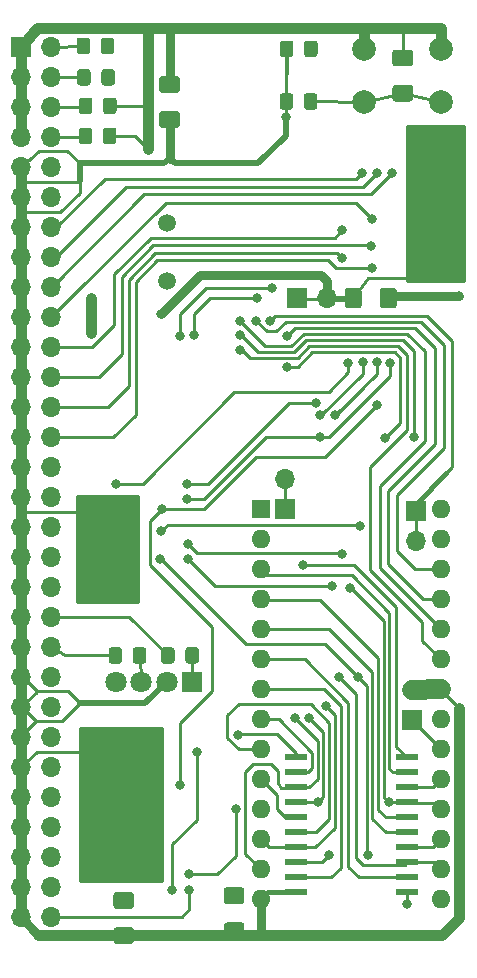
<source format=gbr>
%TF.GenerationSoftware,KiCad,Pcbnew,5.1.9+dfsg1-1+deb11u1*%
%TF.CreationDate,2024-10-31T16:52:42-07:00*%
%TF.ProjectId,8051,38303531-2e6b-4696-9361-645f70636258,rev?*%
%TF.SameCoordinates,Original*%
%TF.FileFunction,Copper,L2,Bot*%
%TF.FilePolarity,Positive*%
%FSLAX46Y46*%
G04 Gerber Fmt 4.6, Leading zero omitted, Abs format (unit mm)*
G04 Created by KiCad (PCBNEW 5.1.9+dfsg1-1+deb11u1) date 2024-10-31 16:52:42*
%MOMM*%
%LPD*%
G01*
G04 APERTURE LIST*
%TA.AperFunction,ComponentPad*%
%ADD10R,1.700000X1.700000*%
%TD*%
%TA.AperFunction,ComponentPad*%
%ADD11O,1.600000X1.600000*%
%TD*%
%TA.AperFunction,ComponentPad*%
%ADD12R,1.600000X1.600000*%
%TD*%
%TA.AperFunction,ComponentPad*%
%ADD13O,1.700000X1.700000*%
%TD*%
%TA.AperFunction,ComponentPad*%
%ADD14C,1.800000*%
%TD*%
%TA.AperFunction,ComponentPad*%
%ADD15R,1.800000X1.800000*%
%TD*%
%TA.AperFunction,ComponentPad*%
%ADD16C,1.500000*%
%TD*%
%TA.AperFunction,SMDPad,CuDef*%
%ADD17R,1.950000X0.600000*%
%TD*%
%TA.AperFunction,ComponentPad*%
%ADD18C,2.000000*%
%TD*%
%TA.AperFunction,ViaPad*%
%ADD19C,0.800000*%
%TD*%
%TA.AperFunction,Conductor*%
%ADD20C,0.889000*%
%TD*%
%TA.AperFunction,Conductor*%
%ADD21C,0.254000*%
%TD*%
%TA.AperFunction,Conductor*%
%ADD22C,0.762000*%
%TD*%
%TA.AperFunction,Conductor*%
%ADD23C,0.508000*%
%TD*%
%TA.AperFunction,Conductor*%
%ADD24C,0.381000*%
%TD*%
%TA.AperFunction,Conductor*%
%ADD25C,0.250000*%
%TD*%
%TA.AperFunction,Conductor*%
%ADD26C,1.651000*%
%TD*%
%TA.AperFunction,Conductor*%
%ADD27C,0.100000*%
%TD*%
G04 APERTURE END LIST*
D10*
%TO.P,J5,1*%
%TO.N,Net-(J5-Pad1)*%
X124000000Y-120300000D03*
%TD*%
%TO.P,C8,2*%
%TO.N,GND*%
%TA.AperFunction,SMDPad,CuDef*%
G36*
G01*
X102875000Y-68775000D02*
X104125000Y-68775000D01*
G75*
G02*
X104375000Y-69025000I0J-250000D01*
G01*
X104375000Y-69950000D01*
G75*
G02*
X104125000Y-70200000I-250000J0D01*
G01*
X102875000Y-70200000D01*
G75*
G02*
X102625000Y-69950000I0J250000D01*
G01*
X102625000Y-69025000D01*
G75*
G02*
X102875000Y-68775000I250000J0D01*
G01*
G37*
%TD.AperFunction*%
%TO.P,C8,1*%
%TO.N,+5V*%
%TA.AperFunction,SMDPad,CuDef*%
G36*
G01*
X102875000Y-65800000D02*
X104125000Y-65800000D01*
G75*
G02*
X104375000Y-66050000I0J-250000D01*
G01*
X104375000Y-66975000D01*
G75*
G02*
X104125000Y-67225000I-250000J0D01*
G01*
X102875000Y-67225000D01*
G75*
G02*
X102625000Y-66975000I0J250000D01*
G01*
X102625000Y-66050000D01*
G75*
G02*
X102875000Y-65800000I250000J0D01*
G01*
G37*
%TD.AperFunction*%
%TD*%
D11*
%TO.P,U5,28*%
%TO.N,+5V*%
X126490000Y-102500000D03*
%TO.P,U5,14*%
%TO.N,GND*%
X111250000Y-135520000D03*
%TO.P,U5,27*%
%TO.N,Net-(J4-Pad1)*%
X126490000Y-105040000D03*
%TO.P,U5,13*%
%TO.N,AD2*%
X111250000Y-132980000D03*
%TO.P,U5,26*%
%TO.N,Net-(U1-Pad29)*%
X126490000Y-107580000D03*
%TO.P,U5,12*%
%TO.N,AD1*%
X111250000Y-130440000D03*
%TO.P,U5,25*%
%TO.N,Net-(U1-Pad24)*%
X126490000Y-110120000D03*
%TO.P,U5,11*%
%TO.N,AD0*%
X111250000Y-127900000D03*
%TO.P,U5,24*%
%TO.N,Net-(U1-Pad25)*%
X126490000Y-112660000D03*
%TO.P,U5,10*%
%TO.N,A0*%
X111250000Y-125360000D03*
%TO.P,U5,23*%
%TO.N,Net-(U1-Pad27)*%
X126490000Y-115200000D03*
%TO.P,U5,9*%
%TO.N,A1*%
X111250000Y-122820000D03*
%TO.P,U5,22*%
%TO.N,GND*%
X126490000Y-117740000D03*
%TO.P,U5,8*%
%TO.N,A2*%
X111250000Y-120280000D03*
%TO.P,U5,21*%
%TO.N,Net-(U1-Pad26)*%
X126490000Y-120280000D03*
%TO.P,U5,7*%
%TO.N,A3*%
X111250000Y-117740000D03*
%TO.P,U5,20*%
%TO.N,Net-(J5-Pad1)*%
X126490000Y-122820000D03*
%TO.P,U5,6*%
%TO.N,A4*%
X111250000Y-115200000D03*
%TO.P,U5,19*%
%TO.N,AD7*%
X126490000Y-125360000D03*
%TO.P,U5,5*%
%TO.N,A5*%
X111250000Y-112660000D03*
%TO.P,U5,18*%
%TO.N,AD6*%
X126490000Y-127900000D03*
%TO.P,U5,4*%
%TO.N,A6*%
X111250000Y-110120000D03*
%TO.P,U5,17*%
%TO.N,AD5*%
X126490000Y-130440000D03*
%TO.P,U5,3*%
%TO.N,A7*%
X111250000Y-107580000D03*
%TO.P,U5,16*%
%TO.N,AD4*%
X126490000Y-132980000D03*
%TO.P,U5,2*%
%TO.N,Net-(U1-Pad28)*%
X111250000Y-105040000D03*
%TO.P,U5,15*%
%TO.N,AD3*%
X126490000Y-135520000D03*
D12*
%TO.P,U5,1*%
%TO.N,Net-(J3-Pad1)*%
X111250000Y-102500000D03*
%TD*%
%TO.P,R9,2*%
%TO.N,INT1*%
%TA.AperFunction,SMDPad,CuDef*%
G36*
G01*
X96959000Y-70415999D02*
X96959000Y-71316001D01*
G75*
G02*
X96709001Y-71566000I-249999J0D01*
G01*
X96058999Y-71566000D01*
G75*
G02*
X95809000Y-71316001I0J249999D01*
G01*
X95809000Y-70415999D01*
G75*
G02*
X96058999Y-70166000I249999J0D01*
G01*
X96709001Y-70166000D01*
G75*
G02*
X96959000Y-70415999I0J-249999D01*
G01*
G37*
%TD.AperFunction*%
%TO.P,R9,1*%
%TO.N,+5V*%
%TA.AperFunction,SMDPad,CuDef*%
G36*
G01*
X99009000Y-70415999D02*
X99009000Y-71316001D01*
G75*
G02*
X98759001Y-71566000I-249999J0D01*
G01*
X98108999Y-71566000D01*
G75*
G02*
X97859000Y-71316001I0J249999D01*
G01*
X97859000Y-70415999D01*
G75*
G02*
X98108999Y-70166000I249999J0D01*
G01*
X98759001Y-70166000D01*
G75*
G02*
X99009000Y-70415999I0J-249999D01*
G01*
G37*
%TD.AperFunction*%
%TD*%
%TO.P,R8,2*%
%TO.N,INT0*%
%TA.AperFunction,SMDPad,CuDef*%
G36*
G01*
X96968000Y-67875999D02*
X96968000Y-68776001D01*
G75*
G02*
X96718001Y-69026000I-249999J0D01*
G01*
X96067999Y-69026000D01*
G75*
G02*
X95818000Y-68776001I0J249999D01*
G01*
X95818000Y-67875999D01*
G75*
G02*
X96067999Y-67626000I249999J0D01*
G01*
X96718001Y-67626000D01*
G75*
G02*
X96968000Y-67875999I0J-249999D01*
G01*
G37*
%TD.AperFunction*%
%TO.P,R8,1*%
%TO.N,+5V*%
%TA.AperFunction,SMDPad,CuDef*%
G36*
G01*
X99018000Y-67875999D02*
X99018000Y-68776001D01*
G75*
G02*
X98768001Y-69026000I-249999J0D01*
G01*
X98117999Y-69026000D01*
G75*
G02*
X97868000Y-68776001I0J249999D01*
G01*
X97868000Y-67875999D01*
G75*
G02*
X98117999Y-67626000I249999J0D01*
G01*
X98768001Y-67626000D01*
G75*
G02*
X99018000Y-67875999I0J-249999D01*
G01*
G37*
%TD.AperFunction*%
%TD*%
%TO.P,R7,2*%
%TO.N,TxD*%
%TA.AperFunction,SMDPad,CuDef*%
G36*
G01*
X96823000Y-65462999D02*
X96823000Y-66363001D01*
G75*
G02*
X96573001Y-66613000I-249999J0D01*
G01*
X95922999Y-66613000D01*
G75*
G02*
X95673000Y-66363001I0J249999D01*
G01*
X95673000Y-65462999D01*
G75*
G02*
X95922999Y-65213000I249999J0D01*
G01*
X96573001Y-65213000D01*
G75*
G02*
X96823000Y-65462999I0J-249999D01*
G01*
G37*
%TD.AperFunction*%
%TO.P,R7,1*%
%TO.N,Net-(D4-Pad2)*%
%TA.AperFunction,SMDPad,CuDef*%
G36*
G01*
X98873000Y-65462999D02*
X98873000Y-66363001D01*
G75*
G02*
X98623001Y-66613000I-249999J0D01*
G01*
X97972999Y-66613000D01*
G75*
G02*
X97723000Y-66363001I0J249999D01*
G01*
X97723000Y-65462999D01*
G75*
G02*
X97972999Y-65213000I249999J0D01*
G01*
X98623001Y-65213000D01*
G75*
G02*
X98873000Y-65462999I0J-249999D01*
G01*
G37*
%TD.AperFunction*%
%TD*%
%TO.P,R1,2*%
%TO.N,RxD*%
%TA.AperFunction,SMDPad,CuDef*%
G36*
G01*
X96775000Y-62799999D02*
X96775000Y-63700001D01*
G75*
G02*
X96525001Y-63950000I-249999J0D01*
G01*
X95874999Y-63950000D01*
G75*
G02*
X95625000Y-63700001I0J249999D01*
G01*
X95625000Y-62799999D01*
G75*
G02*
X95874999Y-62550000I249999J0D01*
G01*
X96525001Y-62550000D01*
G75*
G02*
X96775000Y-62799999I0J-249999D01*
G01*
G37*
%TD.AperFunction*%
%TO.P,R1,1*%
%TO.N,Net-(D3-Pad2)*%
%TA.AperFunction,SMDPad,CuDef*%
G36*
G01*
X98825000Y-62799999D02*
X98825000Y-63700001D01*
G75*
G02*
X98575001Y-63950000I-249999J0D01*
G01*
X97924999Y-63950000D01*
G75*
G02*
X97675000Y-63700001I0J249999D01*
G01*
X97675000Y-62799999D01*
G75*
G02*
X97924999Y-62550000I249999J0D01*
G01*
X98575001Y-62550000D01*
G75*
G02*
X98825000Y-62799999I0J-249999D01*
G01*
G37*
%TD.AperFunction*%
%TD*%
D13*
%TO.P,J4,2*%
%TO.N,Net-(J4-Pad1)*%
X124333000Y-105156000D03*
D10*
%TO.P,J4,1*%
X124333000Y-102616000D03*
%TD*%
D13*
%TO.P,J3,2*%
%TO.N,Net-(J3-Pad1)*%
X113284000Y-99949000D03*
D10*
%TO.P,J3,1*%
X113284000Y-102489000D03*
%TD*%
%TO.P,R6,2*%
%TO.N,O2*%
%TA.AperFunction,SMDPad,CuDef*%
G36*
G01*
X103935000Y-114408799D02*
X103935000Y-115308801D01*
G75*
G02*
X103685001Y-115558800I-249999J0D01*
G01*
X103034999Y-115558800D01*
G75*
G02*
X102785000Y-115308801I0J249999D01*
G01*
X102785000Y-114408799D01*
G75*
G02*
X103034999Y-114158800I249999J0D01*
G01*
X103685001Y-114158800D01*
G75*
G02*
X103935000Y-114408799I0J-249999D01*
G01*
G37*
%TD.AperFunction*%
%TO.P,R6,1*%
%TO.N,Net-(D2-Pad1)*%
%TA.AperFunction,SMDPad,CuDef*%
G36*
G01*
X105985000Y-114408799D02*
X105985000Y-115308801D01*
G75*
G02*
X105735001Y-115558800I-249999J0D01*
G01*
X105084999Y-115558800D01*
G75*
G02*
X104835000Y-115308801I0J249999D01*
G01*
X104835000Y-114408799D01*
G75*
G02*
X105084999Y-114158800I249999J0D01*
G01*
X105735001Y-114158800D01*
G75*
G02*
X105985000Y-114408799I0J-249999D01*
G01*
G37*
%TD.AperFunction*%
%TD*%
%TO.P,R4,2*%
%TO.N,O1*%
%TA.AperFunction,SMDPad,CuDef*%
G36*
G01*
X99490000Y-114408799D02*
X99490000Y-115308801D01*
G75*
G02*
X99240001Y-115558800I-249999J0D01*
G01*
X98589999Y-115558800D01*
G75*
G02*
X98340000Y-115308801I0J249999D01*
G01*
X98340000Y-114408799D01*
G75*
G02*
X98589999Y-114158800I249999J0D01*
G01*
X99240001Y-114158800D01*
G75*
G02*
X99490000Y-114408799I0J-249999D01*
G01*
G37*
%TD.AperFunction*%
%TO.P,R4,1*%
%TO.N,Net-(D2-Pad3)*%
%TA.AperFunction,SMDPad,CuDef*%
G36*
G01*
X101540000Y-114408799D02*
X101540000Y-115308801D01*
G75*
G02*
X101290001Y-115558800I-249999J0D01*
G01*
X100639999Y-115558800D01*
G75*
G02*
X100390000Y-115308801I0J249999D01*
G01*
X100390000Y-114408799D01*
G75*
G02*
X100639999Y-114158800I249999J0D01*
G01*
X101290001Y-114158800D01*
G75*
G02*
X101540000Y-114408799I0J-249999D01*
G01*
G37*
%TD.AperFunction*%
%TD*%
%TO.P,R3,2*%
%TO.N,GND*%
%TA.AperFunction,SMDPad,CuDef*%
G36*
G01*
X113968000Y-67494999D02*
X113968000Y-68395001D01*
G75*
G02*
X113718001Y-68645000I-249999J0D01*
G01*
X113067999Y-68645000D01*
G75*
G02*
X112818000Y-68395001I0J249999D01*
G01*
X112818000Y-67494999D01*
G75*
G02*
X113067999Y-67245000I249999J0D01*
G01*
X113718001Y-67245000D01*
G75*
G02*
X113968000Y-67494999I0J-249999D01*
G01*
G37*
%TD.AperFunction*%
%TO.P,R3,1*%
%TO.N,Net-(C3-Pad2)*%
%TA.AperFunction,SMDPad,CuDef*%
G36*
G01*
X116018000Y-67494999D02*
X116018000Y-68395001D01*
G75*
G02*
X115768001Y-68645000I-249999J0D01*
G01*
X115117999Y-68645000D01*
G75*
G02*
X114868000Y-68395001I0J249999D01*
G01*
X114868000Y-67494999D01*
G75*
G02*
X115117999Y-67245000I249999J0D01*
G01*
X115768001Y-67245000D01*
G75*
G02*
X116018000Y-67494999I0J-249999D01*
G01*
G37*
%TD.AperFunction*%
%TD*%
%TO.P,R2,2*%
%TO.N,GND*%
%TA.AperFunction,SMDPad,CuDef*%
G36*
G01*
X113986000Y-63049999D02*
X113986000Y-63950001D01*
G75*
G02*
X113736001Y-64200000I-249999J0D01*
G01*
X113085999Y-64200000D01*
G75*
G02*
X112836000Y-63950001I0J249999D01*
G01*
X112836000Y-63049999D01*
G75*
G02*
X113085999Y-62800000I249999J0D01*
G01*
X113736001Y-62800000D01*
G75*
G02*
X113986000Y-63049999I0J-249999D01*
G01*
G37*
%TD.AperFunction*%
%TO.P,R2,1*%
%TO.N,Net-(D1-Pad1)*%
%TA.AperFunction,SMDPad,CuDef*%
G36*
G01*
X116036000Y-63049999D02*
X116036000Y-63950001D01*
G75*
G02*
X115786001Y-64200000I-249999J0D01*
G01*
X115135999Y-64200000D01*
G75*
G02*
X114886000Y-63950001I0J249999D01*
G01*
X114886000Y-63049999D01*
G75*
G02*
X115135999Y-62800000I249999J0D01*
G01*
X115786001Y-62800000D01*
G75*
G02*
X116036000Y-63049999I0J-249999D01*
G01*
G37*
%TD.AperFunction*%
%TD*%
D14*
%TO.P,D2,4*%
%TO.N,Net-(D2-Pad4)*%
X98933000Y-117094000D03*
%TO.P,D2,3*%
%TO.N,Net-(D2-Pad3)*%
X101092000Y-117094000D03*
%TO.P,D2,2*%
%TO.N,GND*%
X103251000Y-117094000D03*
D15*
%TO.P,D2,1*%
%TO.N,Net-(D2-Pad1)*%
X105410000Y-117094000D03*
%TD*%
%TO.P,C7,2*%
%TO.N,GND*%
%TA.AperFunction,SMDPad,CuDef*%
G36*
G01*
X98993800Y-137869900D02*
X100243800Y-137869900D01*
G75*
G02*
X100493800Y-138119900I0J-250000D01*
G01*
X100493800Y-139044900D01*
G75*
G02*
X100243800Y-139294900I-250000J0D01*
G01*
X98993800Y-139294900D01*
G75*
G02*
X98743800Y-139044900I0J250000D01*
G01*
X98743800Y-138119900D01*
G75*
G02*
X98993800Y-137869900I250000J0D01*
G01*
G37*
%TD.AperFunction*%
%TO.P,C7,1*%
%TO.N,+5V*%
%TA.AperFunction,SMDPad,CuDef*%
G36*
G01*
X98993800Y-134894900D02*
X100243800Y-134894900D01*
G75*
G02*
X100493800Y-135144900I0J-250000D01*
G01*
X100493800Y-136069900D01*
G75*
G02*
X100243800Y-136319900I-250000J0D01*
G01*
X98993800Y-136319900D01*
G75*
G02*
X98743800Y-136069900I0J250000D01*
G01*
X98743800Y-135144900D01*
G75*
G02*
X98993800Y-134894900I250000J0D01*
G01*
G37*
%TD.AperFunction*%
%TD*%
%TO.P,C6,2*%
%TO.N,GND*%
%TA.AperFunction,SMDPad,CuDef*%
G36*
G01*
X108341000Y-137463500D02*
X109591000Y-137463500D01*
G75*
G02*
X109841000Y-137713500I0J-250000D01*
G01*
X109841000Y-138638500D01*
G75*
G02*
X109591000Y-138888500I-250000J0D01*
G01*
X108341000Y-138888500D01*
G75*
G02*
X108091000Y-138638500I0J250000D01*
G01*
X108091000Y-137713500D01*
G75*
G02*
X108341000Y-137463500I250000J0D01*
G01*
G37*
%TD.AperFunction*%
%TO.P,C6,1*%
%TO.N,+5V*%
%TA.AperFunction,SMDPad,CuDef*%
G36*
G01*
X108341000Y-134488500D02*
X109591000Y-134488500D01*
G75*
G02*
X109841000Y-134738500I0J-250000D01*
G01*
X109841000Y-135663500D01*
G75*
G02*
X109591000Y-135913500I-250000J0D01*
G01*
X108341000Y-135913500D01*
G75*
G02*
X108091000Y-135663500I0J250000D01*
G01*
X108091000Y-134738500D01*
G75*
G02*
X108341000Y-134488500I250000J0D01*
G01*
G37*
%TD.AperFunction*%
%TD*%
%TO.P,C5,2*%
%TO.N,GND*%
%TA.AperFunction,SMDPad,CuDef*%
G36*
G01*
X119759100Y-83982400D02*
X119759100Y-85232400D01*
G75*
G02*
X119509100Y-85482400I-250000J0D01*
G01*
X118584100Y-85482400D01*
G75*
G02*
X118334100Y-85232400I0J250000D01*
G01*
X118334100Y-83982400D01*
G75*
G02*
X118584100Y-83732400I250000J0D01*
G01*
X119509100Y-83732400D01*
G75*
G02*
X119759100Y-83982400I0J-250000D01*
G01*
G37*
%TD.AperFunction*%
%TO.P,C5,1*%
%TO.N,+5V*%
%TA.AperFunction,SMDPad,CuDef*%
G36*
G01*
X122734100Y-83982400D02*
X122734100Y-85232400D01*
G75*
G02*
X122484100Y-85482400I-250000J0D01*
G01*
X121559100Y-85482400D01*
G75*
G02*
X121309100Y-85232400I0J250000D01*
G01*
X121309100Y-83982400D01*
G75*
G02*
X121559100Y-83732400I250000J0D01*
G01*
X122484100Y-83732400D01*
G75*
G02*
X122734100Y-83982400I0J-250000D01*
G01*
G37*
%TD.AperFunction*%
%TD*%
D13*
%TO.P,J2,60*%
%TO.N,I0*%
X93500000Y-136990000D03*
%TO.P,J2,59*%
%TO.N,GND*%
X90960000Y-136990000D03*
%TO.P,J2,58*%
%TO.N,I1*%
X93500000Y-134450000D03*
%TO.P,J2,57*%
%TO.N,GND*%
X90960000Y-134450000D03*
%TO.P,J2,56*%
%TO.N,I2*%
X93500000Y-131910000D03*
%TO.P,J2,55*%
%TO.N,GND*%
X90960000Y-131910000D03*
%TO.P,J2,54*%
%TO.N,I3*%
X93500000Y-129370000D03*
%TO.P,J2,53*%
%TO.N,GND*%
X90960000Y-129370000D03*
%TO.P,J2,52*%
%TO.N,I4*%
X93500000Y-126830000D03*
%TO.P,J2,51*%
%TO.N,GND*%
X90960000Y-126830000D03*
%TO.P,J2,50*%
%TO.N,I5*%
X93500000Y-124290000D03*
%TO.P,J2,49*%
%TO.N,GND*%
X90960000Y-124290000D03*
%TO.P,J2,48*%
%TO.N,I6*%
X93500000Y-121750000D03*
%TO.P,J2,47*%
%TO.N,GND*%
X90960000Y-121750000D03*
%TO.P,J2,46*%
%TO.N,I7*%
X93500000Y-119210000D03*
%TO.P,J2,45*%
%TO.N,GND*%
X90960000Y-119210000D03*
%TO.P,J2,44*%
%TO.N,O0*%
X93500000Y-116670000D03*
%TO.P,J2,43*%
%TO.N,GND*%
X90960000Y-116670000D03*
%TO.P,J2,42*%
%TO.N,O1*%
X93500000Y-114130000D03*
%TO.P,J2,41*%
%TO.N,GND*%
X90960000Y-114130000D03*
%TO.P,J2,40*%
%TO.N,O2*%
X93500000Y-111590000D03*
%TO.P,J2,39*%
%TO.N,GND*%
X90960000Y-111590000D03*
%TO.P,J2,38*%
%TO.N,O3*%
X93500000Y-109050000D03*
%TO.P,J2,37*%
%TO.N,GND*%
X90960000Y-109050000D03*
%TO.P,J2,36*%
%TO.N,O4*%
X93500000Y-106510000D03*
%TO.P,J2,35*%
%TO.N,GND*%
X90960000Y-106510000D03*
%TO.P,J2,34*%
%TO.N,O5*%
X93500000Y-103970000D03*
%TO.P,J2,33*%
%TO.N,GND*%
X90960000Y-103970000D03*
%TO.P,J2,32*%
%TO.N,O6*%
X93500000Y-101430000D03*
%TO.P,J2,31*%
%TO.N,GND*%
X90960000Y-101430000D03*
%TO.P,J2,30*%
%TO.N,O7*%
X93500000Y-98890000D03*
%TO.P,J2,29*%
%TO.N,GND*%
X90960000Y-98890000D03*
%TO.P,J2,28*%
%TO.N,P0*%
X93500000Y-96350000D03*
%TO.P,J2,27*%
%TO.N,GND*%
X90960000Y-96350000D03*
%TO.P,J2,26*%
%TO.N,P1*%
X93500000Y-93810000D03*
%TO.P,J2,25*%
%TO.N,GND*%
X90960000Y-93810000D03*
%TO.P,J2,24*%
%TO.N,P2*%
X93500000Y-91270000D03*
%TO.P,J2,23*%
%TO.N,GND*%
X90960000Y-91270000D03*
%TO.P,J2,22*%
%TO.N,P3*%
X93500000Y-88730000D03*
%TO.P,J2,21*%
%TO.N,GND*%
X90960000Y-88730000D03*
%TO.P,J2,20*%
%TO.N,P4*%
X93500000Y-86190000D03*
%TO.P,J2,19*%
%TO.N,GND*%
X90960000Y-86190000D03*
%TO.P,J2,18*%
%TO.N,P5*%
X93500000Y-83650000D03*
%TO.P,J2,17*%
%TO.N,GND*%
X90960000Y-83650000D03*
%TO.P,J2,16*%
%TO.N,P6*%
X93500000Y-81110000D03*
%TO.P,J2,15*%
%TO.N,GND*%
X90960000Y-81110000D03*
%TO.P,J2,14*%
%TO.N,P7*%
X93500000Y-78570000D03*
%TO.P,J2,13*%
%TO.N,GND*%
X90960000Y-78570000D03*
%TO.P,J2,12*%
%TO.N,T1*%
X93500000Y-76030000D03*
%TO.P,J2,11*%
%TO.N,GND*%
X90960000Y-76030000D03*
%TO.P,J2,10*%
%TO.N,T0*%
X93500000Y-73490000D03*
%TO.P,J2,9*%
%TO.N,GND*%
X90960000Y-73490000D03*
%TO.P,J2,8*%
%TO.N,INT1*%
X93500000Y-70950000D03*
%TO.P,J2,7*%
%TO.N,+5V*%
X90960000Y-70950000D03*
%TO.P,J2,6*%
%TO.N,INT0*%
X93500000Y-68410000D03*
%TO.P,J2,5*%
%TO.N,+5V*%
X90960000Y-68410000D03*
%TO.P,J2,4*%
%TO.N,TxD*%
X93500000Y-65870000D03*
%TO.P,J2,3*%
%TO.N,+5V*%
X90960000Y-65870000D03*
%TO.P,J2,2*%
%TO.N,RxD*%
X93500000Y-63330000D03*
D10*
%TO.P,J2,1*%
%TO.N,+5V*%
X90960000Y-63330000D03*
%TD*%
D16*
%TO.P,Y1,2*%
%TO.N,Net-(C2-Pad1)*%
X103250000Y-83130000D03*
%TO.P,Y1,1*%
%TO.N,Net-(C1-Pad1)*%
X103250000Y-78250000D03*
%TD*%
D17*
%TO.P,U4,20*%
%TO.N,+5V*%
X123598400Y-134924800D03*
%TO.P,U4,19*%
%TO.N,A4*%
X123598400Y-133654800D03*
%TO.P,U4,18*%
%TO.N,AD4*%
X123598400Y-132384800D03*
%TO.P,U4,17*%
%TO.N,AD5*%
X123598400Y-131114800D03*
%TO.P,U4,16*%
%TO.N,A5*%
X123598400Y-129844800D03*
%TO.P,U4,15*%
%TO.N,A6*%
X123598400Y-128574800D03*
%TO.P,U4,14*%
%TO.N,AD6*%
X123598400Y-127304800D03*
%TO.P,U4,13*%
%TO.N,AD7*%
X123598400Y-126034800D03*
%TO.P,U4,12*%
%TO.N,A7*%
X123598400Y-124764800D03*
%TO.P,U4,11*%
%TO.N,Net-(U1-Pad33)*%
X123598400Y-123494800D03*
%TO.P,U4,10*%
%TO.N,GND*%
X114198400Y-123494800D03*
%TO.P,U4,9*%
%TO.N,A2*%
X114198400Y-124764800D03*
%TO.P,U4,8*%
%TO.N,AD2*%
X114198400Y-126034800D03*
%TO.P,U4,7*%
%TO.N,AD0*%
X114198400Y-127304800D03*
%TO.P,U4,6*%
%TO.N,A0*%
X114198400Y-128574800D03*
%TO.P,U4,5*%
%TO.N,A1*%
X114198400Y-129844800D03*
%TO.P,U4,4*%
%TO.N,AD1*%
X114198400Y-131114800D03*
%TO.P,U4,3*%
%TO.N,AD3*%
X114198400Y-132384800D03*
%TO.P,U4,2*%
%TO.N,A3*%
X114198400Y-133654800D03*
%TO.P,U4,1*%
%TO.N,GND*%
X114198400Y-134924800D03*
%TD*%
D18*
%TO.P,SW1,1*%
%TO.N,+5V*%
X126500000Y-63500000D03*
%TO.P,SW1,2*%
%TO.N,Net-(C3-Pad2)*%
X126500000Y-68000000D03*
%TO.P,SW1,1*%
%TO.N,+5V*%
X120000000Y-63500000D03*
%TO.P,SW1,2*%
%TO.N,Net-(C3-Pad2)*%
X120000000Y-68000000D03*
%TD*%
D13*
%TO.P,J1,2*%
%TO.N,GND*%
X116840000Y-84582000D03*
D10*
%TO.P,J1,1*%
X114300000Y-84582000D03*
%TD*%
%TO.P,C3,2*%
%TO.N,Net-(C3-Pad2)*%
%TA.AperFunction,SMDPad,CuDef*%
G36*
G01*
X122625000Y-66537500D02*
X123875000Y-66537500D01*
G75*
G02*
X124125000Y-66787500I0J-250000D01*
G01*
X124125000Y-67712500D01*
G75*
G02*
X123875000Y-67962500I-250000J0D01*
G01*
X122625000Y-67962500D01*
G75*
G02*
X122375000Y-67712500I0J250000D01*
G01*
X122375000Y-66787500D01*
G75*
G02*
X122625000Y-66537500I250000J0D01*
G01*
G37*
%TD.AperFunction*%
%TO.P,C3,1*%
%TO.N,+5V*%
%TA.AperFunction,SMDPad,CuDef*%
G36*
G01*
X122625000Y-63562500D02*
X123875000Y-63562500D01*
G75*
G02*
X124125000Y-63812500I0J-250000D01*
G01*
X124125000Y-64737500D01*
G75*
G02*
X123875000Y-64987500I-250000J0D01*
G01*
X122625000Y-64987500D01*
G75*
G02*
X122375000Y-64737500I0J250000D01*
G01*
X122375000Y-63812500D01*
G75*
G02*
X122625000Y-63562500I250000J0D01*
G01*
G37*
%TD.AperFunction*%
%TD*%
D19*
%TO.N,GND*%
X113360200Y-69291200D03*
X102743000Y-85979000D03*
X109321600Y-121564400D03*
%TO.N,+5V*%
X99695000Y-135585200D03*
X128000000Y-84420200D03*
X96824800Y-84607400D03*
X96824800Y-87553800D03*
X123596400Y-135915400D03*
X109016800Y-135178800D03*
X101650800Y-71958200D03*
%TO.N,Net-(U1-Pad33)*%
X114782600Y-107188000D03*
%TO.N,Net-(U1-Pad29)*%
X110820200Y-86512400D03*
%TO.N,Net-(U1-Pad27)*%
X109499400Y-89001600D03*
%TO.N,Net-(U1-Pad26)*%
X109474000Y-87757000D03*
X124231400Y-96393000D03*
%TO.N,Net-(U1-Pad25)*%
X109479492Y-86506908D03*
%TO.N,Net-(U1-Pad24)*%
X113411000Y-87833200D03*
%TO.N,Net-(U1-Pad19)*%
X105841800Y-123037600D03*
X103733600Y-134721600D03*
X110871000Y-84632800D03*
X105562400Y-87757000D03*
%TO.N,Net-(U1-Pad18)*%
X112153700Y-83756500D03*
X104394000Y-87807800D03*
%TO.N,I0*%
X105154800Y-134695000D03*
%TO.N,Net-(D1-Pad1)*%
X115443000Y-63500000D03*
%TO.N,P0*%
X120650000Y-82042000D03*
%TO.N,P1*%
X118110000Y-81203800D03*
%TO.N,P2*%
X120599200Y-80162400D03*
%TO.N,P3*%
X118142400Y-78860000D03*
%TO.N,P4*%
X120650000Y-77927200D03*
%TO.N,P5*%
X122301000Y-74041000D03*
%TO.N,P6*%
X121031000Y-74041000D03*
%TO.N,P7*%
X119761000Y-74041000D03*
%TO.N,Net-(D3-Pad2)*%
X98298000Y-63246000D03*
%TO.N,Net-(D4-Pad2)*%
X98298000Y-65913000D03*
%TO.N,Net-(J4-Pad1)*%
X111988600Y-86512400D03*
%TO.N,AD4*%
X102819200Y-104343200D03*
X117856000Y-116687600D03*
X119659400Y-103860600D03*
%TO.N,AD5*%
X121080000Y-93673400D03*
X104419084Y-125805884D03*
X102870000Y-102463600D03*
%TO.N,AD6*%
X118643400Y-90068400D03*
X122047000Y-127279400D03*
X118821200Y-109143800D03*
X98958400Y-100330000D03*
%TO.N,AD7*%
X115925600Y-93497400D03*
X104998600Y-100325000D03*
%TO.N,AD2*%
X122174000Y-90068400D03*
X104952800Y-101600000D03*
X114122200Y-120116600D03*
X116255800Y-96367600D03*
%TO.N,AD0*%
X105054400Y-106654600D03*
X119862600Y-90043000D03*
X109118400Y-127889000D03*
X105130600Y-133400800D03*
X115316000Y-120116600D03*
X116103400Y-127279400D03*
X116255800Y-94538800D03*
X117297200Y-108940600D03*
%TO.N,AD3*%
X119456200Y-116713000D03*
X117017800Y-131749800D03*
X120294400Y-131749800D03*
X102717600Y-106705400D03*
%TO.N,AD1*%
X105079800Y-105410000D03*
X121056400Y-90043000D03*
X117551200Y-94513400D03*
X116789200Y-119126000D03*
X118084600Y-106248200D03*
%TO.N,Net-(J5-Pad1)*%
X121780300Y-96405700D03*
X113436400Y-90449400D03*
%TD*%
D20*
%TO.N,GND*%
X90960000Y-73490000D02*
X90960000Y-74775000D01*
X90960000Y-74775000D02*
X90960000Y-77315000D01*
D21*
X95885000Y-74797256D02*
X95885000Y-74676000D01*
X90982256Y-74797256D02*
X95885000Y-74797256D01*
X90960000Y-74775000D02*
X90982256Y-74797256D01*
X113411000Y-63500000D02*
X113393000Y-67945000D01*
D22*
X90960000Y-136990000D02*
X92329000Y-138531600D01*
D21*
X116814600Y-84709000D02*
X114274600Y-84709000D01*
D20*
X126490000Y-117777800D02*
X126490000Y-117740000D01*
D21*
X128016000Y-119303800D02*
X126490000Y-117777800D01*
D20*
X128016000Y-137083800D02*
X128016000Y-119303800D01*
X126568200Y-138531600D02*
X128016000Y-137083800D01*
X121767600Y-138531600D02*
X126568200Y-138531600D01*
D22*
X111250000Y-138478800D02*
X111250000Y-135520000D01*
X111252000Y-138480800D02*
X111250000Y-138478800D01*
D20*
X109905800Y-138531600D02*
X121767600Y-138531600D01*
X92329000Y-138531600D02*
X109905800Y-138531600D01*
D21*
X113360200Y-63550800D02*
X113411000Y-63500000D01*
X113360200Y-69291200D02*
X113360200Y-63550800D01*
X94818200Y-72136000D02*
X95885000Y-73202800D01*
X92456000Y-72136000D02*
X94818200Y-72136000D01*
X90960000Y-73490000D02*
X92456000Y-72136000D01*
D23*
X95885000Y-74676000D02*
X95885000Y-73177400D01*
D24*
X111250000Y-135485600D02*
X111250000Y-135520000D01*
X111810800Y-134924800D02*
X111250000Y-135485600D01*
X114172000Y-134924800D02*
X111810800Y-134924800D01*
D22*
X116814600Y-83159600D02*
X116814600Y-84709000D01*
X116332000Y-82677000D02*
X116814600Y-83159600D01*
X106045000Y-82677000D02*
X116332000Y-82677000D01*
X102743000Y-85979000D02*
X106045000Y-82677000D01*
X103500000Y-69500000D02*
X103500000Y-72813100D01*
D21*
X90990600Y-119210000D02*
X90960000Y-119210000D01*
X92202000Y-120421400D02*
X90990600Y-119210000D01*
X90960000Y-121663400D02*
X90960000Y-121750000D01*
X92202000Y-120421400D02*
X90960000Y-121663400D01*
X91066800Y-116670000D02*
X92252800Y-117856000D01*
X90960000Y-116670000D02*
X91066800Y-116670000D01*
X92252800Y-117917200D02*
X90960000Y-119210000D01*
X92252800Y-117856000D02*
X92252800Y-117917200D01*
X94386400Y-120421400D02*
X92202000Y-120421400D01*
X95910400Y-118897400D02*
X94386400Y-120421400D01*
X92252800Y-117856000D02*
X94869000Y-117856000D01*
X94869000Y-117856000D02*
X95935800Y-118897400D01*
D23*
X101447600Y-118897400D02*
X103251000Y-117094000D01*
X95910400Y-118897400D02*
X101447600Y-118897400D01*
D21*
X112572800Y-121539000D02*
X114173000Y-123139200D01*
X109347000Y-121539000D02*
X112572800Y-121539000D01*
X109321600Y-121564400D02*
X109347000Y-121539000D01*
X114173000Y-123469400D02*
X114198400Y-123494800D01*
X114173000Y-123139200D02*
X114173000Y-123469400D01*
D23*
X118872000Y-84709000D02*
X116814600Y-84709000D01*
X118973600Y-84607400D02*
X118872000Y-84709000D01*
X103931800Y-73202800D02*
X103500000Y-72771000D01*
X110998000Y-73202800D02*
X103931800Y-73202800D01*
X113360200Y-70840600D02*
X110998000Y-73202800D01*
X113360200Y-69291200D02*
X113360200Y-70840600D01*
X103042800Y-73202800D02*
X95935800Y-73202800D01*
X103500000Y-72745600D02*
X103042800Y-73202800D01*
D21*
X90977949Y-77332949D02*
X90960000Y-77315000D01*
X94267051Y-77332949D02*
X90977949Y-77332949D01*
X95885000Y-75715000D02*
X94267051Y-77332949D01*
X95885000Y-74676000D02*
X95885000Y-75715000D01*
D25*
X119046600Y-84607400D02*
X120300000Y-82900000D01*
X120300000Y-82900000D02*
X124200000Y-82900000D01*
X90960000Y-124290000D02*
X92300000Y-123000000D01*
X92300000Y-123000000D02*
X96900000Y-123000000D01*
X90960000Y-102740000D02*
X96100000Y-102700000D01*
D20*
X90960000Y-77315000D02*
X90960000Y-102740000D01*
X90960000Y-102740000D02*
X90960000Y-136990000D01*
D26*
X126490000Y-117740000D02*
X124050000Y-117750000D01*
D21*
%TO.N,Net-(C3-Pad2)*%
X115443000Y-67945000D02*
X120000000Y-68000000D01*
X123250000Y-67250000D02*
X126500000Y-68000000D01*
X123250000Y-67250000D02*
X120000000Y-68000000D01*
D20*
%TO.N,+5V*%
X90960000Y-63330000D02*
X92250000Y-61750000D01*
X126500000Y-61750000D02*
X126500000Y-63500000D01*
D21*
X123250000Y-64275000D02*
X123250000Y-61750000D01*
D20*
X123250000Y-61750000D02*
X126500000Y-61750000D01*
X120000000Y-61750000D02*
X123250000Y-61750000D01*
X120000000Y-63500000D02*
X120000000Y-61750000D01*
X90960000Y-63330000D02*
X90960000Y-69624000D01*
X90960000Y-69624000D02*
X90960000Y-70950000D01*
X92250000Y-61750000D02*
X102161400Y-61750000D01*
X96824800Y-84607400D02*
X96824800Y-87553800D01*
X96824800Y-87553800D02*
X96824800Y-87553800D01*
D21*
X123598400Y-135913400D02*
X123596400Y-135915400D01*
X123598400Y-134924800D02*
X123598400Y-135913400D01*
X100558600Y-70866000D02*
X98434000Y-70866000D01*
X101650800Y-71958200D02*
X100558600Y-70866000D01*
X101846600Y-68326000D02*
X98443000Y-68326000D01*
D20*
X101676200Y-61950600D02*
X101549200Y-61823600D01*
X101676200Y-71932800D02*
X101676200Y-61950600D01*
X101650800Y-71958200D02*
X101676200Y-71932800D01*
X107871200Y-61750000D02*
X120000000Y-61750000D01*
X102161400Y-61750000D02*
X107871200Y-61750000D01*
D22*
X122301000Y-84429600D02*
X122072400Y-84658200D01*
X127990600Y-84429600D02*
X122301000Y-84429600D01*
X128000000Y-84420200D02*
X127990600Y-84429600D01*
X107873490Y-61752290D02*
X107871200Y-61750000D01*
X103500000Y-66500000D02*
X103500000Y-61820500D01*
D21*
%TO.N,Net-(U1-Pad33)*%
X122700000Y-122596400D02*
X123598400Y-123494800D01*
X122700000Y-110736600D02*
X122700000Y-122596400D01*
X119151400Y-107188000D02*
X122700000Y-110736600D01*
X114782600Y-107188000D02*
X119151400Y-107188000D01*
%TO.N,Net-(U1-Pad29)*%
X112522000Y-87426800D02*
X111734600Y-87426800D01*
X113360200Y-86588600D02*
X112522000Y-87426800D01*
X114477800Y-86588600D02*
X113360200Y-86588600D01*
X111734600Y-87426800D02*
X110820200Y-86512400D01*
X126720600Y-88595200D02*
X124764800Y-86639400D01*
X126720600Y-97256600D02*
X126720600Y-88595200D01*
X122732800Y-101244400D02*
X126720600Y-97256600D01*
X122732800Y-106045000D02*
X122732800Y-101244400D01*
X124764800Y-86639400D02*
X114477800Y-86588600D01*
X124267800Y-107580000D02*
X122732800Y-106045000D01*
X126490000Y-107580000D02*
X124267800Y-107580000D01*
%TO.N,Net-(U1-Pad27)*%
X109499400Y-89001600D02*
X109550200Y-89052400D01*
X122885200Y-88696800D02*
X123621800Y-89433400D01*
X123621800Y-89433400D02*
X123621800Y-95758000D01*
X114350800Y-89662000D02*
X115316000Y-88696800D01*
X109550200Y-89052400D02*
X109728000Y-89052400D01*
X109728000Y-89052400D02*
X110337600Y-89662000D01*
X115316000Y-88696800D02*
X122885200Y-88696800D01*
X123621800Y-95758000D02*
X120497600Y-98882200D01*
X120497600Y-98882200D02*
X120497600Y-107619800D01*
X126477600Y-115200000D02*
X126490000Y-115200000D01*
X110337600Y-89662000D02*
X114350800Y-89662000D01*
X120497600Y-107619800D02*
X124891800Y-112014000D01*
X124891800Y-113614200D02*
X126477600Y-115200000D01*
X124891800Y-112014000D02*
X124891800Y-113614200D01*
%TO.N,Net-(U1-Pad26)*%
X109601000Y-87782400D02*
X109499400Y-87782400D01*
X114071400Y-89179400D02*
X110998000Y-89179400D01*
X115087400Y-88163400D02*
X114071400Y-89179400D01*
X123266200Y-88163400D02*
X115087400Y-88163400D01*
X109499400Y-87782400D02*
X109474000Y-87757000D01*
X124206000Y-89103200D02*
X123266200Y-88163400D01*
X124206000Y-96367600D02*
X124206000Y-89103200D01*
X110998000Y-89179400D02*
X109601000Y-87782400D01*
X124231400Y-96393000D02*
X124206000Y-96367600D01*
%TO.N,Net-(U1-Pad25)*%
X126490000Y-112647000D02*
X126490000Y-112660000D01*
X121285000Y-107442000D02*
X126490000Y-112647000D01*
X121285000Y-100533200D02*
X121285000Y-107442000D01*
X125120400Y-96697800D02*
X121285000Y-100533200D01*
X125120400Y-89077800D02*
X125120400Y-96697800D01*
X114858800Y-87604600D02*
X123647200Y-87604600D01*
X123647200Y-87604600D02*
X125120400Y-89077800D01*
X113817400Y-88646000D02*
X114858800Y-87604600D01*
X111607600Y-88646000D02*
X113817400Y-88646000D01*
X109479492Y-86517892D02*
X111607600Y-88646000D01*
X109479492Y-86506908D02*
X109479492Y-86517892D01*
%TO.N,Net-(U1-Pad24)*%
X124979000Y-110120000D02*
X126490000Y-110120000D01*
X121970800Y-107111800D02*
X124979000Y-110120000D01*
X121970800Y-100939600D02*
X121970800Y-107111800D01*
X125984000Y-96926400D02*
X121970800Y-100939600D01*
X125984000Y-88849200D02*
X125984000Y-96926400D01*
X124282200Y-87147400D02*
X125984000Y-88849200D01*
X114096800Y-87147400D02*
X124282200Y-87147400D01*
X113411000Y-87833200D02*
X114096800Y-87147400D01*
%TO.N,Net-(U1-Pad19)*%
X106926743Y-84607400D02*
X110845600Y-84607400D01*
X105562400Y-85971743D02*
X106926743Y-84607400D01*
X105562400Y-87757000D02*
X105562400Y-85971743D01*
X110845600Y-84607400D02*
X110871000Y-84632800D01*
X105841800Y-128752600D02*
X105841800Y-123037600D01*
X103733600Y-130860800D02*
X105841800Y-128752600D01*
X103733600Y-134721600D02*
X103733600Y-130860800D01*
%TO.N,Net-(U1-Pad18)*%
X112141000Y-83769200D02*
X112153700Y-83756500D01*
X106603800Y-83769200D02*
X112141000Y-83769200D01*
X104394000Y-85979000D02*
X106603800Y-83769200D01*
X104394000Y-87807800D02*
X104394000Y-85979000D01*
%TO.N,INT1*%
X96257000Y-70993000D02*
X96384000Y-70866000D01*
X93543000Y-70993000D02*
X96257000Y-70993000D01*
X93500000Y-70950000D02*
X93543000Y-70993000D01*
%TO.N,INT0*%
X93543000Y-68453000D02*
X96266000Y-68453000D01*
X96266000Y-68453000D02*
X96393000Y-68326000D01*
X93500000Y-68410000D02*
X93543000Y-68453000D01*
%TO.N,TxD*%
X96120000Y-65870000D02*
X93500000Y-65870000D01*
X96250000Y-66000000D02*
X96120000Y-65870000D01*
%TO.N,RxD*%
X96200000Y-63250000D02*
X93500000Y-63330000D01*
%TO.N,I0*%
X100881000Y-136990000D02*
X93500000Y-136990000D01*
X100888800Y-136982200D02*
X100881000Y-136990000D01*
X104521000Y-136982200D02*
X100888800Y-136982200D01*
X105154800Y-136348400D02*
X104521000Y-136982200D01*
X105154800Y-134695000D02*
X105154800Y-136348400D01*
%TO.N,O2*%
X100091200Y-111590000D02*
X93500000Y-111590000D01*
X103360000Y-114858800D02*
X100091200Y-111590000D01*
%TO.N,O1*%
X98915000Y-114858800D02*
X94691200Y-114808000D01*
X94691200Y-114808000D02*
X93500000Y-114130000D01*
%TO.N,Net-(D2-Pad3)*%
X101092000Y-117094000D02*
X100965000Y-114858800D01*
%TO.N,Net-(D2-Pad1)*%
X105410000Y-117094000D02*
X105410000Y-114858800D01*
%TO.N,P0*%
X100634800Y-94465200D02*
X98750000Y-96350000D01*
X100634800Y-83235800D02*
X100634800Y-94465200D01*
X117576600Y-82042000D02*
X116941600Y-81407000D01*
X98750000Y-96350000D02*
X93500000Y-96350000D01*
X102463600Y-81407000D02*
X100634800Y-83235800D01*
X116941600Y-81407000D02*
X102463600Y-81407000D01*
X120650000Y-82042000D02*
X117576600Y-82042000D01*
%TO.N,P1*%
X98290000Y-93810000D02*
X93500000Y-93810000D01*
X100050600Y-83032600D02*
X100050600Y-92049400D01*
X102311200Y-80772000D02*
X100050600Y-83032600D01*
X117678200Y-80772000D02*
X102311200Y-80772000D01*
X100050600Y-92049400D02*
X98290000Y-93810000D01*
X118110000Y-81203800D02*
X117678200Y-80772000D01*
%TO.N,P2*%
X97530000Y-91270000D02*
X93500000Y-91270000D01*
X99441000Y-89359000D02*
X97530000Y-91270000D01*
X99441000Y-82804000D02*
X99441000Y-89359000D01*
X102108000Y-80137000D02*
X99441000Y-82804000D01*
X120573800Y-80137000D02*
X102108000Y-80137000D01*
X120599200Y-80162400D02*
X120573800Y-80137000D01*
%TO.N,P3*%
X98831400Y-86868600D02*
X96970000Y-88730000D01*
X98831400Y-82575400D02*
X98831400Y-86868600D01*
X96970000Y-88730000D02*
X93500000Y-88730000D01*
X101904800Y-79502000D02*
X98831400Y-82575400D01*
X117500400Y-79502000D02*
X101904800Y-79502000D01*
X118142400Y-78860000D02*
X117500400Y-79502000D01*
%TO.N,P4*%
X95400000Y-84290000D02*
X93500000Y-86190000D01*
X103169800Y-76530200D02*
X95410000Y-84290000D01*
X95410000Y-84290000D02*
X95400000Y-84290000D01*
X119253000Y-76530200D02*
X103169800Y-76530200D01*
X120650000Y-77927200D02*
X119253000Y-76530200D01*
%TO.N,P5*%
X93515000Y-83650000D02*
X93500000Y-83650000D01*
X101346000Y-75819000D02*
X93515000Y-83650000D01*
X120523000Y-75819000D02*
X101346000Y-75819000D01*
X122301000Y-74041000D02*
X120523000Y-75819000D01*
%TO.N,P6*%
X93896000Y-81110000D02*
X93500000Y-81110000D01*
X99822000Y-75184000D02*
X93896000Y-81110000D01*
X119888000Y-75184000D02*
X99822000Y-75184000D01*
X121031000Y-74041000D02*
X119888000Y-75184000D01*
%TO.N,P7*%
X93930000Y-78570000D02*
X93500000Y-78570000D01*
X98000000Y-74500000D02*
X93930000Y-78570000D01*
X119302000Y-74500000D02*
X98000000Y-74500000D01*
X119761000Y-74041000D02*
X119302000Y-74500000D01*
D25*
%TO.N,Net-(J3-Pad1)*%
X113284000Y-99949000D02*
X113284000Y-102489000D01*
D24*
%TO.N,Net-(J4-Pad1)*%
X124333000Y-102057200D02*
X126949200Y-99441000D01*
D21*
X124333000Y-102616000D02*
X124333000Y-102057200D01*
D25*
X124333000Y-105156000D02*
X124333000Y-102616000D01*
D21*
X127457200Y-98933000D02*
X126949200Y-99441000D01*
X127457200Y-88239600D02*
X127457200Y-98933000D01*
X125323600Y-86106000D02*
X127457200Y-88239600D01*
X112395000Y-86106000D02*
X125323600Y-86106000D01*
X111988600Y-86512400D02*
X112395000Y-86106000D01*
%TO.N,AD4*%
X125894800Y-132384800D02*
X126490000Y-132980000D01*
X123598400Y-132384800D02*
X125894800Y-132384800D01*
X119303800Y-118770400D02*
X119303800Y-118770400D01*
X123420600Y-132562600D02*
X123598400Y-132384800D01*
X119862600Y-132562600D02*
X123420600Y-132562600D01*
X119303800Y-132003800D02*
X119862600Y-132562600D01*
X119303800Y-118135400D02*
X119303800Y-132003800D01*
X117856000Y-116687600D02*
X119303800Y-118135400D01*
X119608600Y-103809800D02*
X103352600Y-103809800D01*
X103352600Y-103809800D02*
X102819200Y-104343200D01*
X119659400Y-103860600D02*
X119608600Y-103809800D01*
%TO.N,AD5*%
X125815200Y-131114800D02*
X123598400Y-131114800D01*
X126490000Y-130440000D02*
X125815200Y-131114800D01*
X102870000Y-102463600D02*
X106426000Y-102463600D01*
X106426000Y-102463600D02*
X110820200Y-98069400D01*
X116687600Y-98069400D02*
X121080000Y-93677000D01*
X110820200Y-98069400D02*
X116687600Y-98069400D01*
X121080000Y-93677000D02*
X121080000Y-93673400D01*
X104419084Y-120599516D02*
X104419084Y-125805884D01*
X107111800Y-117906800D02*
X104419084Y-120599516D01*
X107111800Y-112471200D02*
X107111800Y-117906800D01*
X101854000Y-107213400D02*
X107111800Y-112471200D01*
X101854000Y-103479600D02*
X101854000Y-107213400D01*
X102870000Y-102463600D02*
X101854000Y-103479600D01*
%TO.N,AD6*%
X125920200Y-127330200D02*
X126490000Y-127900000D01*
X123623800Y-127330200D02*
X125920200Y-127330200D01*
X123598400Y-127304800D02*
X123623800Y-127330200D01*
X122072400Y-127304800D02*
X122047000Y-127279400D01*
X123598400Y-127304800D02*
X122072400Y-127304800D01*
X121640600Y-126949200D02*
X122047000Y-127279400D01*
X121640600Y-111912400D02*
X121640600Y-126949200D01*
X118872000Y-109143800D02*
X121640600Y-111912400D01*
X118821200Y-109143800D02*
X118872000Y-109143800D01*
X118643400Y-90881200D02*
X118643400Y-90068400D01*
X116967000Y-92557600D02*
X118643400Y-90881200D01*
X108991400Y-92557600D02*
X116967000Y-92557600D01*
X101219000Y-100330000D02*
X108991400Y-92557600D01*
X98958400Y-100330000D02*
X101219000Y-100330000D01*
%TO.N,AD7*%
X126490000Y-125360000D02*
X126430200Y-125360000D01*
X125815200Y-126034800D02*
X126490000Y-125360000D01*
X123598400Y-126034800D02*
X125815200Y-126034800D01*
X113614200Y-93497400D02*
X115925600Y-93497400D01*
X106786600Y-100325000D02*
X113614200Y-93497400D01*
X104998600Y-100325000D02*
X106786600Y-100325000D01*
%TO.N,A4*%
X114996800Y-115200000D02*
X111250000Y-115200000D01*
X118643400Y-132740400D02*
X118643400Y-118846600D01*
X119557800Y-133654800D02*
X118643400Y-132740400D01*
X118643400Y-118846600D02*
X114996800Y-115200000D01*
X123598400Y-133654800D02*
X119557800Y-133654800D01*
%TO.N,A5*%
X111261000Y-112649000D02*
X111250000Y-112660000D01*
X117043200Y-112649000D02*
X111261000Y-112649000D01*
X120650000Y-128676400D02*
X120650000Y-116255800D01*
X120650000Y-116255800D02*
X117043200Y-112649000D01*
X121818400Y-129844800D02*
X120650000Y-128676400D01*
X123598400Y-129844800D02*
X121818400Y-129844800D01*
%TO.N,A6*%
X116205000Y-110134400D02*
X111264400Y-110134400D01*
X111264400Y-110134400D02*
X111250000Y-110120000D01*
X121158000Y-127914400D02*
X121158000Y-115087400D01*
X121818400Y-128574800D02*
X121158000Y-127914400D01*
X121158000Y-115087400D02*
X116205000Y-110134400D01*
X123598400Y-128574800D02*
X121818400Y-128574800D01*
%TO.N,A7*%
X111747000Y-108077000D02*
X111250000Y-107580000D01*
X122123200Y-111226600D02*
X118973600Y-108077000D01*
X118973600Y-108077000D02*
X111747000Y-108077000D01*
X122123200Y-124434600D02*
X122123200Y-111226600D01*
X122453400Y-124764800D02*
X122123200Y-124434600D01*
X123598400Y-124764800D02*
X122453400Y-124764800D01*
%TO.N,A0*%
X111250000Y-125372400D02*
X111250000Y-125360000D01*
X114198400Y-128574800D02*
X114223800Y-128600200D01*
X113309400Y-128574800D02*
X114198400Y-128574800D01*
X112572800Y-127838200D02*
X113309400Y-128574800D01*
X112572800Y-126669800D02*
X112572800Y-127838200D01*
X111263000Y-125360000D02*
X112572800Y-126669800D01*
X111250000Y-125360000D02*
X111263000Y-125360000D01*
%TO.N,A1*%
X111250000Y-122820000D02*
X111263000Y-122820000D01*
X109358000Y-122820000D02*
X111250000Y-122820000D01*
X108407200Y-121869200D02*
X109358000Y-122820000D01*
X109372400Y-118973600D02*
X108407200Y-119938800D01*
X115468400Y-118973600D02*
X109372400Y-118973600D01*
X117043200Y-120548400D02*
X115468400Y-118973600D01*
X108407200Y-119938800D02*
X108407200Y-121869200D01*
X117043200Y-128676400D02*
X117043200Y-120548400D01*
X115874800Y-129844800D02*
X117043200Y-128676400D01*
X114198400Y-129844800D02*
X115874800Y-129844800D01*
%TO.N,A2*%
X115214400Y-124764800D02*
X114198400Y-124764800D01*
X115570000Y-124409200D02*
X115214400Y-124764800D01*
X115570000Y-123088400D02*
X115570000Y-124409200D01*
X112761600Y-120280000D02*
X115570000Y-123088400D01*
X111250000Y-120280000D02*
X112761600Y-120280000D01*
%TO.N,A3*%
X117195600Y-133654800D02*
X114198400Y-133654800D01*
X118033800Y-132816600D02*
X117195600Y-133654800D01*
X118033800Y-119176800D02*
X118033800Y-132816600D01*
X116586000Y-117729000D02*
X118033800Y-119176800D01*
X111250000Y-117705600D02*
X111273400Y-117729000D01*
X111273400Y-117729000D02*
X116586000Y-117729000D01*
X111250000Y-117740000D02*
X111250000Y-117705600D01*
%TO.N,AD2*%
X110854600Y-133375400D02*
X111250000Y-132980000D01*
X112928400Y-126060200D02*
X114198400Y-126034800D01*
X112649000Y-125679200D02*
X112928400Y-126060200D01*
X112649000Y-124612400D02*
X112649000Y-125679200D01*
X112090200Y-124053600D02*
X112649000Y-124612400D01*
X110566200Y-124053600D02*
X112090200Y-124053600D01*
X109931200Y-124688600D02*
X110566200Y-124053600D01*
X109931200Y-131661200D02*
X109931200Y-124688600D01*
X111250000Y-132980000D02*
X109931200Y-131661200D01*
X115341400Y-126034800D02*
X114198400Y-126034800D01*
X114122200Y-120142000D02*
X116052600Y-122072400D01*
X116052600Y-122072400D02*
X116052600Y-125323600D01*
X114122200Y-120116600D02*
X114122200Y-120142000D01*
X116052600Y-125323600D02*
X115341400Y-126034800D01*
X106400600Y-101600000D02*
X104952800Y-101600000D01*
X111633000Y-96367600D02*
X106400600Y-101600000D01*
X116255800Y-96367600D02*
X111633000Y-96367600D01*
X122174000Y-91160600D02*
X122174000Y-90068400D01*
X116967000Y-96367600D02*
X122174000Y-91160600D01*
X116255800Y-96367600D02*
X116967000Y-96367600D01*
%TO.N,AD0*%
X109118400Y-131800600D02*
X109118400Y-127889000D01*
X107518200Y-133400800D02*
X109118400Y-131800600D01*
X105130600Y-133400800D02*
X107518200Y-133400800D01*
X116535200Y-121335800D02*
X115316000Y-120116600D01*
X116535200Y-126847600D02*
X116535200Y-121335800D01*
X116103400Y-127279400D02*
X116535200Y-126847600D01*
X116078000Y-127304800D02*
X116103400Y-127279400D01*
X114198400Y-127304800D02*
X116078000Y-127304800D01*
X119862600Y-91033600D02*
X119862600Y-90043000D01*
X116357400Y-94538800D02*
X119862600Y-91033600D01*
X116255800Y-94538800D02*
X116357400Y-94538800D01*
X105079800Y-106654600D02*
X105054400Y-106654600D01*
X107365800Y-108940600D02*
X105079800Y-106654600D01*
X117297200Y-108940600D02*
X107365800Y-108940600D01*
%TO.N,AD3*%
X126490000Y-135303800D02*
X126490000Y-135520000D01*
X119456200Y-116713000D02*
X119456200Y-116713000D01*
X116382800Y-132384800D02*
X114198400Y-132384800D01*
X117017800Y-131749800D02*
X116382800Y-132384800D01*
X120192800Y-117449600D02*
X119456200Y-116713000D01*
X120192800Y-131648200D02*
X120192800Y-117449600D01*
X120294400Y-131749800D02*
X120192800Y-131648200D01*
X116662200Y-113919000D02*
X119456200Y-116713000D01*
X109982000Y-113919000D02*
X116662200Y-113919000D01*
X102768400Y-106705400D02*
X109982000Y-113919000D01*
X102717600Y-106705400D02*
X102768400Y-106705400D01*
%TO.N,AD1*%
X111188200Y-130378200D02*
X111250000Y-130440000D01*
X117576600Y-94513400D02*
X119938800Y-92151200D01*
X117551200Y-94513400D02*
X117551200Y-94513400D01*
X121056400Y-91008200D02*
X117551200Y-94513400D01*
X121056400Y-90043000D02*
X121056400Y-91008200D01*
X117551200Y-94513400D02*
X117576600Y-94513400D01*
X111924800Y-131114800D02*
X111250000Y-130440000D01*
X114198400Y-131114800D02*
X111924800Y-131114800D01*
X115849400Y-131114800D02*
X114198400Y-131114800D01*
X117525800Y-129438400D02*
X115849400Y-131114800D01*
X116789200Y-119126000D02*
X117525800Y-119862600D01*
X117525800Y-119862600D02*
X117525800Y-129438400D01*
X105079800Y-105460800D02*
X105079800Y-105410000D01*
X118084600Y-106248200D02*
X118059200Y-106222800D01*
X105841800Y-106222800D02*
X105079800Y-105460800D01*
X118059200Y-106222800D02*
X105841800Y-106222800D01*
%TO.N,Net-(J5-Pad1)*%
X123037600Y-95148400D02*
X121780300Y-96405700D01*
X123037600Y-89662000D02*
X123037600Y-95148400D01*
X122580400Y-89204800D02*
X123037600Y-89662000D01*
X115595400Y-89204800D02*
X122580400Y-89204800D01*
X114350800Y-90449400D02*
X115595400Y-89204800D01*
X113436400Y-90449400D02*
X114350800Y-90449400D01*
D25*
X124000000Y-120300000D02*
X126490000Y-122820000D01*
%TD*%
D21*
%TO.N,GND*%
X128473000Y-83173000D02*
X123627000Y-83173000D01*
X123627000Y-70027000D01*
X128473000Y-70027000D01*
X128473000Y-83173000D01*
%TA.AperFunction,Conductor*%
D27*
G36*
X128473000Y-83173000D02*
G01*
X123627000Y-83173000D01*
X123627000Y-70027000D01*
X128473000Y-70027000D01*
X128473000Y-83173000D01*
G37*
%TD.AperFunction*%
%TD*%
D21*
%TO.N,GND*%
X102873000Y-133973000D02*
X95927000Y-133973000D01*
X95927000Y-121027000D01*
X102873000Y-121027000D01*
X102873000Y-133973000D01*
%TA.AperFunction,Conductor*%
D27*
G36*
X102873000Y-133973000D02*
G01*
X95927000Y-133973000D01*
X95927000Y-121027000D01*
X102873000Y-121027000D01*
X102873000Y-133973000D01*
G37*
%TD.AperFunction*%
%TD*%
D21*
%TO.N,GND*%
X98856461Y-101365000D02*
X99060339Y-101365000D01*
X99251379Y-101327000D01*
X100873000Y-101327000D01*
X100873000Y-110373000D01*
X95627000Y-110373000D01*
X95627000Y-101327000D01*
X98665421Y-101327000D01*
X98856461Y-101365000D01*
%TA.AperFunction,Conductor*%
D27*
G36*
X98856461Y-101365000D02*
G01*
X99060339Y-101365000D01*
X99251379Y-101327000D01*
X100873000Y-101327000D01*
X100873000Y-110373000D01*
X95627000Y-110373000D01*
X95627000Y-101327000D01*
X98665421Y-101327000D01*
X98856461Y-101365000D01*
G37*
%TD.AperFunction*%
%TD*%
M02*

</source>
